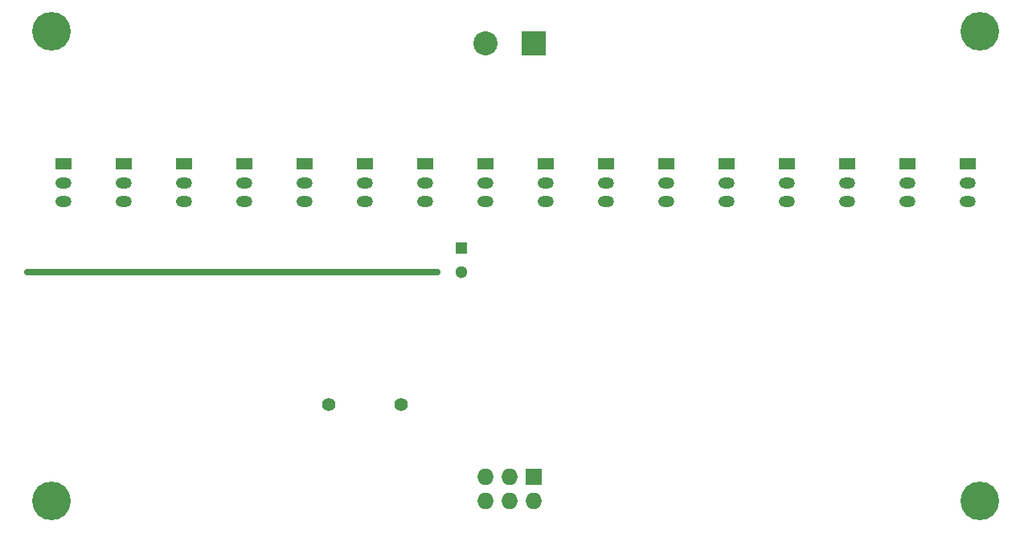
<source format=gbr>
G04 #@! TF.FileFunction,Copper,L1,Top,Signal*
%FSLAX46Y46*%
G04 Gerber Fmt 4.6, Leading zero omitted, Abs format (unit mm)*
G04 Created by KiCad (PCBNEW 4.0.2+dfsg1-2~bpo8+1-stable) date Wed 12 Jul 2017 11:54:46 PM EEST*
%MOMM*%
G01*
G04 APERTURE LIST*
%ADD10C,0.050000*%
%ADD11R,1.300000X1.300000*%
%ADD12C,1.300000*%
%ADD13R,1.727200X1.727200*%
%ADD14O,1.727200X1.727200*%
%ADD15R,1.700000X1.200000*%
%ADD16O,1.700000X1.200000*%
%ADD17R,2.540000X2.540000*%
%ADD18C,2.540000*%
%ADD19C,1.397000*%
%ADD20C,4.064000*%
%ADD21C,0.600000*%
%ADD22C,0.700000*%
G04 APERTURE END LIST*
D10*
D11*
X138430000Y-97790000D03*
D12*
X138430000Y-100290000D03*
D13*
X146050000Y-121920000D03*
D14*
X146050000Y-124460000D03*
X143510000Y-121920000D03*
X143510000Y-124460000D03*
X140970000Y-121920000D03*
X140970000Y-124460000D03*
D15*
X191770000Y-88900000D03*
D16*
X191770000Y-90900000D03*
X191770000Y-92900000D03*
D15*
X185420000Y-88900000D03*
D16*
X185420000Y-90900000D03*
X185420000Y-92900000D03*
D15*
X179070000Y-88900000D03*
D16*
X179070000Y-90900000D03*
X179070000Y-92900000D03*
D15*
X172720000Y-88900000D03*
D16*
X172720000Y-90900000D03*
X172720000Y-92900000D03*
D15*
X166370000Y-88900000D03*
D16*
X166370000Y-90900000D03*
X166370000Y-92900000D03*
D15*
X160020000Y-88900000D03*
D16*
X160020000Y-90900000D03*
X160020000Y-92900000D03*
D15*
X153670000Y-88900000D03*
D16*
X153670000Y-90900000D03*
X153670000Y-92900000D03*
D15*
X147320000Y-88900000D03*
D16*
X147320000Y-90900000D03*
X147320000Y-92900000D03*
D15*
X140970000Y-88900000D03*
D16*
X140970000Y-90900000D03*
X140970000Y-92900000D03*
D15*
X134620000Y-88900000D03*
D16*
X134620000Y-90900000D03*
X134620000Y-92900000D03*
D15*
X128270000Y-88900000D03*
D16*
X128270000Y-90900000D03*
X128270000Y-92900000D03*
D15*
X121920000Y-88900000D03*
D16*
X121920000Y-90900000D03*
X121920000Y-92900000D03*
D17*
X146050000Y-76200000D03*
D18*
X140970000Y-76200000D03*
D15*
X115570000Y-88900000D03*
D16*
X115570000Y-90900000D03*
X115570000Y-92900000D03*
D15*
X109220000Y-88900000D03*
D16*
X109220000Y-90900000D03*
X109220000Y-92900000D03*
D15*
X102870000Y-88900000D03*
D16*
X102870000Y-90900000D03*
X102870000Y-92900000D03*
D15*
X96520000Y-88900000D03*
D16*
X96520000Y-90900000D03*
X96520000Y-92900000D03*
D19*
X132080000Y-114300000D03*
X124460000Y-114300000D03*
D20*
X95250000Y-124460000D03*
X95250000Y-74930000D03*
X193040000Y-124460000D03*
X193040000Y-74930000D03*
D21*
X92710000Y-100330000D03*
X135890000Y-100330000D03*
D22*
X135890000Y-100330000D02*
X92710000Y-100330000D01*
M02*

</source>
